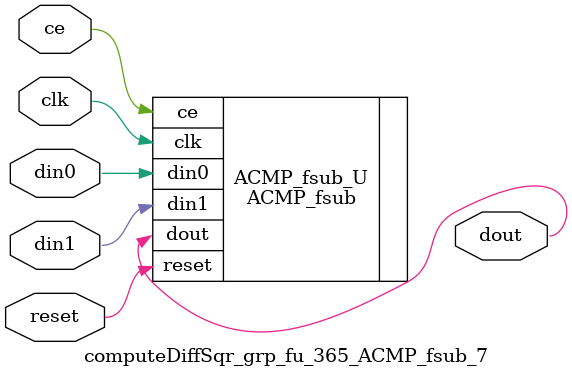
<source format=v>

`timescale 1 ns / 1 ps
module computeDiffSqr_grp_fu_365_ACMP_fsub_7(
    clk,
    reset,
    ce,
    din0,
    din1,
    dout);

parameter ID = 32'd1;
parameter NUM_STAGE = 32'd1;
parameter din0_WIDTH = 32'd1;
parameter din1_WIDTH = 32'd1;
parameter dout_WIDTH = 32'd1;
input clk;
input reset;
input ce;
input[din0_WIDTH - 1:0] din0;
input[din1_WIDTH - 1:0] din1;
output[dout_WIDTH - 1:0] dout;



ACMP_fsub #(
.ID( ID ),
.NUM_STAGE( 4 ),
.din0_WIDTH( din0_WIDTH ),
.din1_WIDTH( din1_WIDTH ),
.dout_WIDTH( dout_WIDTH ))
ACMP_fsub_U(
    .clk( clk ),
    .reset( reset ),
    .ce( ce ),
    .din0( din0 ),
    .din1( din1 ),
    .dout( dout ));

endmodule

</source>
